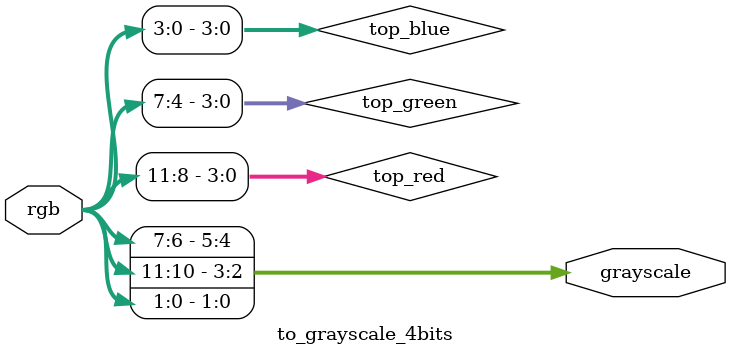
<source format=v>
module to_grayscale_4bits(
    input [11:0] rgb, // 12-bit RGB input
    output wire [5:0] grayscale
);

    // Extract the top two bits of each color component from the 12-bit input
    wire [3:0] top_red = rgb[11:8];   // Extracts bits 11 and 10 for red
    wire [3:0] top_green = rgb[7:4];   // Extracts bits 7 and 6 for green
    wire [3:0] top_blue = rgb[3:0];    // Extracts bits 3 and 2 for blue

    // Use continuous assignment to calculate grayscale output
    assign grayscale[5:4] = top_green[3:2];// + top_green + top_blue;
    assign grayscale[3:2] = top_red[3:2];// + top_green + top_blue;
    assign grayscale[1:0] = top_blue[1:0];// + top_green + top_blue;

endmodule
</source>
